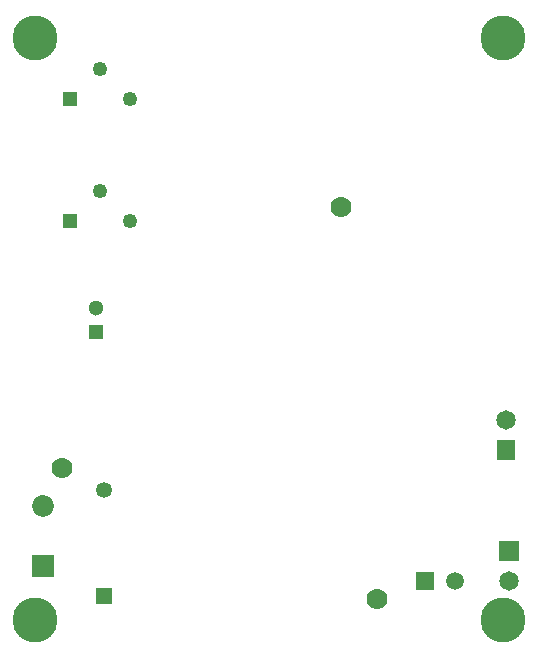
<source format=gbr>
%TF.GenerationSoftware,Altium Limited,Altium Designer,20.0.10 (225)*%
G04 Layer_Color=255*
%FSLAX26Y26*%
%MOIN*%
%TF.FileFunction,Pads,Bot*%
%TF.Part,Single*%
G01*
G75*
%TA.AperFunction,ViaPad*%
%ADD16C,0.150000*%
%TA.AperFunction,ComponentPad*%
%ADD17R,0.059055X0.059055*%
%ADD18C,0.059055*%
%TA.AperFunction,ViaPad*%
%ADD19C,0.070000*%
%TA.AperFunction,ComponentPad*%
%ADD20R,0.072835X0.072835*%
%ADD21C,0.072835*%
%ADD22R,0.053150X0.053150*%
%ADD23C,0.053150*%
%ADD24C,0.051181*%
%ADD25R,0.051181X0.051181*%
%ADD26R,0.049213X0.049213*%
%ADD27C,0.049213*%
%ADD28R,0.065000X0.065000*%
%ADD29C,0.065000*%
%ADD30R,0.059055X0.065000*%
D16*
X4950000Y1110000D02*
D03*
X3390000D02*
D03*
X4950000Y3050000D02*
D03*
X3390000D02*
D03*
D17*
X4690000Y1240000D02*
D03*
D18*
X4790000D02*
D03*
D19*
X3480000Y1615000D02*
D03*
X4530000Y1180000D02*
D03*
X4410000Y2485000D02*
D03*
D20*
X3415000Y1290000D02*
D03*
D21*
Y1490000D02*
D03*
D22*
X3620000Y1187835D02*
D03*
D23*
Y1542165D02*
D03*
D24*
X3590728Y2149370D02*
D03*
D25*
Y2070630D02*
D03*
D26*
X3505000Y2846378D02*
D03*
Y2440000D02*
D03*
D27*
X3605000Y2946378D02*
D03*
X3705000Y2846378D02*
D03*
X3605000Y2540000D02*
D03*
X3705000Y2440000D02*
D03*
D28*
X4970000Y1340000D02*
D03*
D29*
Y1240000D02*
D03*
X4960000Y1775000D02*
D03*
D30*
Y1675000D02*
D03*
%TF.MD5,b37b156430c3bfc03b23ed84da0518bf*%
M02*

</source>
